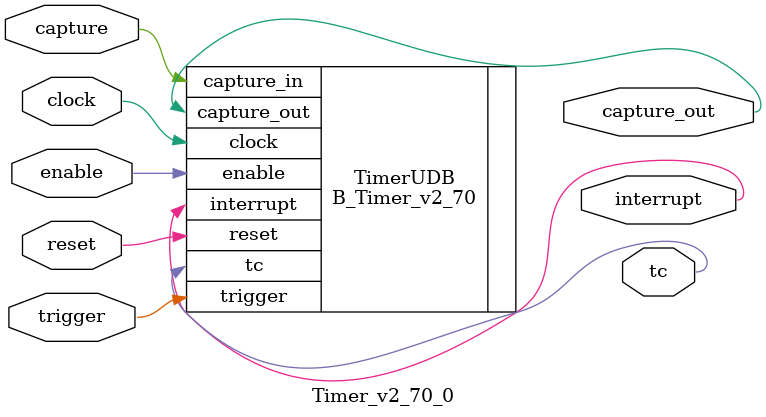
<source format=v>
module Timer_v2_70_0 (
    clock,
    reset,
    interrupt,
    enable,
    capture,
    trigger,
    capture_out,
    tc);
    input       clock;
    input       reset;
    output      interrupt;
    input       enable;
    input       capture;
    input       trigger;
    output      capture_out;
    output      tc;
    parameter CaptureCount = 2;
    parameter CaptureCounterEnabled = 0;
    parameter DeviceFamily = "PSoC4";
    parameter InterruptOnCapture = 0;
    parameter InterruptOnTC = 1;
    parameter Resolution = 32;
    parameter SiliconRevision = "17";
    B_Timer_v2_70 TimerUDB (
        .reset(reset),
        .interrupt(interrupt),
        .enable(enable),
        .trigger(trigger),
        .capture_in(capture),
        .capture_out(capture_out),
        .tc(tc),
        .clock(clock));
    defparam TimerUDB.Capture_Count = 2;
    defparam TimerUDB.CaptureCounterEnabled = 0;
    defparam TimerUDB.CaptureMode = 0;
    defparam TimerUDB.EnableMode = 1;
    defparam TimerUDB.InterruptOnCapture = 0;
    defparam TimerUDB.Resolution = 32;
    defparam TimerUDB.RunMode = 0;
    defparam TimerUDB.TriggerMode = 0;
endmodule
</source>
